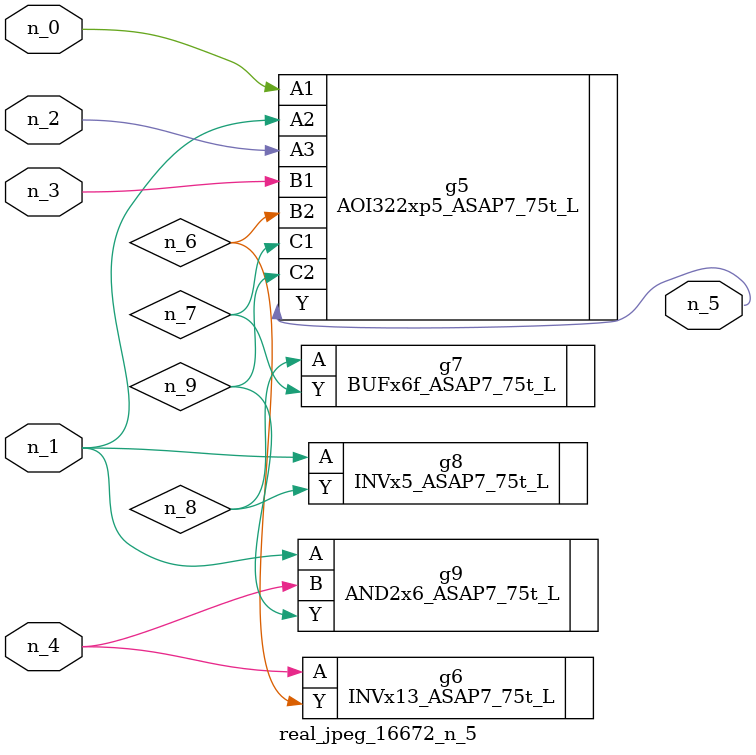
<source format=v>
module real_jpeg_16672_n_5 (n_4, n_0, n_1, n_2, n_3, n_5);

input n_4;
input n_0;
input n_1;
input n_2;
input n_3;

output n_5;

wire n_8;
wire n_6;
wire n_7;
wire n_9;

AOI322xp5_ASAP7_75t_L g5 ( 
.A1(n_0),
.A2(n_1),
.A3(n_2),
.B1(n_3),
.B2(n_6),
.C1(n_7),
.C2(n_9),
.Y(n_5)
);

INVx5_ASAP7_75t_L g8 ( 
.A(n_1),
.Y(n_8)
);

AND2x6_ASAP7_75t_L g9 ( 
.A(n_1),
.B(n_4),
.Y(n_9)
);

INVx13_ASAP7_75t_L g6 ( 
.A(n_4),
.Y(n_6)
);

BUFx6f_ASAP7_75t_L g7 ( 
.A(n_8),
.Y(n_7)
);


endmodule
</source>
